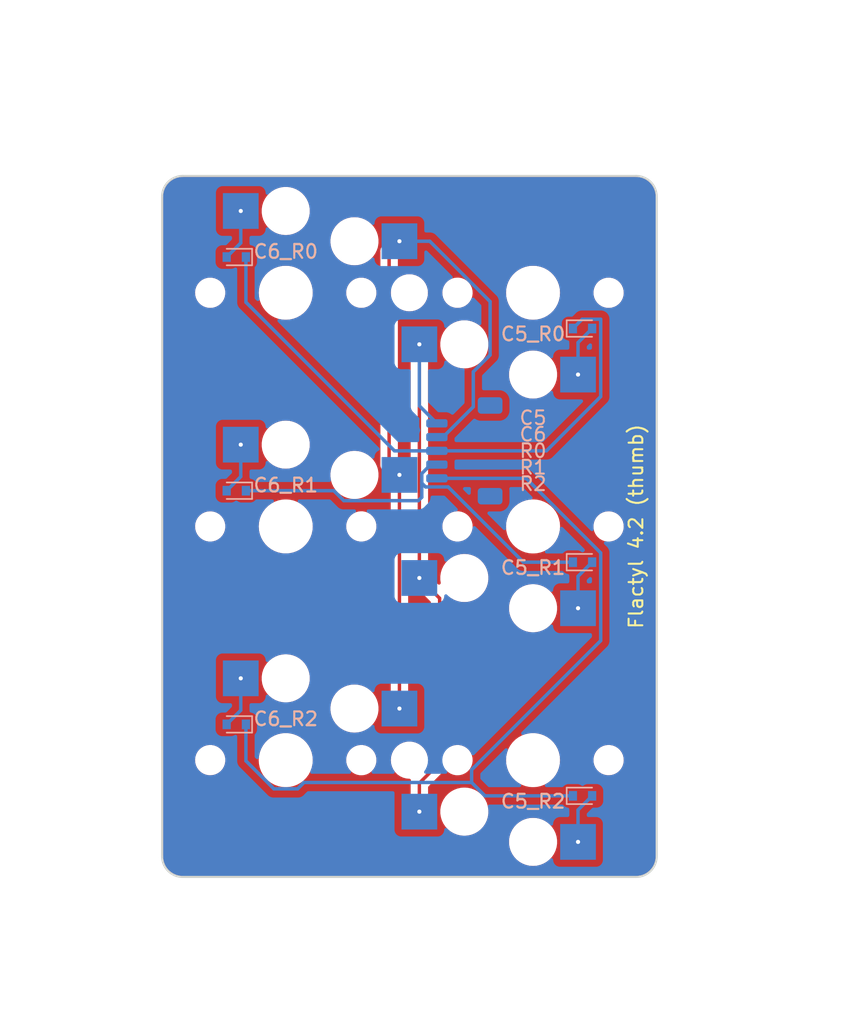
<source format=kicad_pcb>
(kicad_pcb (version 20171130) (host pcbnew 5.1.6)
  (title_block (title thumb) (rev v1.0.0) (company Unknown))
  (layers (0 F.Cu signal) (31 B.Cu signal) (34 B.Paste user) (35 F.Paste user) (36 B.SilkS user) (37 F.SilkS user) (38 B.Mask user) (39 F.Mask user) (44 Edge.Cuts user))
  (net 0 "")
  (net 1 "C5")
  (net 2 "C6")
  (net 3 "R0")
  (net 4 "R1")
  (net 5 "R2")
  (net 6 "Flactyl 4.2 (thumb)")
  (net 7 "x")
  (net 8 "y")
  (net 9 "C5_R0D")
  (net 10 "C5_R0")
  (net 11 "C5_R1D")
  (net 12 "C5_R1")
  (net 13 "C5_R2D")
  (net 14 "C5_R2")
  (net 15 "C6_R0D")
  (net 16 "C6_R0")
  (net 17 "C6_R1D")
  (net 18 "C6_R1")
  (net 19 "C6_R2D")
  (net 20 "C6_R2")
  (footprint "JST_SH_SM05B-SRSS-TB_1x05-1MP_P1.00mm_Horizontal" (layer "B.Cu") (at 13 -22.5 270)
    (fp_text reference "JC1" hide)
    (fp_text user "R2" (at 2.4 -5 360 unlocked) (layer "B.SilkS"))
    (fp_text user "R1" (at 1.2 -5 360 unlocked) (layer "B.SilkS"))
    (fp_text user "R0" (at 0 -5 360 unlocked) (layer "B.SilkS"))
    (fp_text user "C6" (at -1.2 -5 360 unlocked) (layer "B.SilkS"))
    (fp_text user "C5" (at -2.4 -5 360 unlocked) (layer "B.SilkS"))
    (pad "5" smd roundrect (at 2 2 270) (size 0.6 1.55) (layers "B.Cu" "B.Paste" "B.Mask") (net 5 "R2"))
    (pad "4" smd roundrect (at 1 2 270) (size 0.6 1.55) (layers "B.Cu" "B.Paste" "B.Mask") (net 4 "R1"))
    (pad "3" smd roundrect (at 0 2 270) (size 0.6 1.55) (layers "B.Cu" "B.Paste" "B.Mask") (net 3 "R0"))
    (pad "2" smd roundrect (at -1 2 270) (size 0.6 1.55) (layers "B.Cu" "B.Paste" "B.Mask") (net 2 "C6"))
    (pad "1" smd roundrect (at -2 2 270) (size 0.6 1.55) (layers "B.Cu" "B.Paste" "B.Mask") (net 1 "C5"))
    (pad "MP" smd roundrect (at -3.3 -1.875 270) (size 1.2 1.8) (layers "B.Cu" "B.Paste" "B.Mask") (roundrect_rratio 0.208333))
    (pad "MP" smd roundrect (at 3.3 -1.875 270) (size 1.2 1.8) (layers "B.Cu" "B.Paste" "B.Mask") (roundrect_rratio 0.208333))
  )
  (footprint "somelogo" (layer "F.SilkS") (at 25.5 -17 270)
    (fp_text reference "T1" hide)
    (fp_text value "Flactyl 4.2 (thumb)" (at 0 0 270) (layer "F.SilkS"))
  )
  (footprint "somelogo" (layer "F.SilkS") (at 38 -34 0)
    (fp_text reference "T2" hide)
    (fp_text value "x")
  )
  (footprint "somelogo" (layer "F.SilkS") (at 18 -54 0)
    (fp_text reference "T3" hide)
    (fp_text value "y")
  )
  (footprint "MountingHole_2.2mm_M2" (layer "F.Cu") (at 9 -34 0)
    (fp_text reference "H1" hide hide)
    (pad "" np_thru_hole circle (at 0 0) (size 2.2 2.2) (drill 2.2) (layers *.Cu *.Mask))
  )
  (footprint "MountingHole_2.2mm_M2" (layer "F.Cu") (at 9 0 0)
    (fp_text reference "H2" hide hide)
    (pad "" np_thru_hole circle (at 0 0) (size 2.2 2.2) (drill 2.2) (layers *.Cu *.Mask))
  )
  (footprint "Kailh_socket_PG1350_no_silk" (layer "B.Cu") (at 18 -34 0)
    (fp_text reference "S1" hide)
    (fp_text user C5_R0 (at -0 3 0) (layer F.SilkS))
    (fp_text user C5_R0 (at -0 3 0) (layer B.SilkS))
    (pad "" np_thru_hole circle (at 0 0) (size 3.429 3.429) (drill 3.429) (layers *.Cu *.Mask))
    (pad "" np_thru_hole circle (at 5.5 0) (size 1.7018 1.7018) (drill 1.7018) (layers *.Cu *.Mask))
    (pad "" np_thru_hole circle (at -5.5 0) (size 1.7018 1.7018) (drill 1.7018) (layers *.Cu *.Mask))
    (pad "" np_thru_hole circle (at -5 3.75) (size 3 3) (drill 3) (layers *.Cu *.Mask))
    (pad "" np_thru_hole circle (at 0 5.95) (size 3 3) (drill 3) (layers *.Cu *.Mask))
    (pad "1" smd rect (at 3.275 5.95) (size 2.6 2.6) (layers "B.Cu" "B.Paste" "B.Mask") (net 9 "C5_R0D"))
    (pad "2" smd rect (at -8.275 3.75) (size 2.6 2.6) (layers "B.Cu" "B.Paste" "B.Mask") (net 1 "C5"))
    (pad "3" thru_hole circle (at 3.275 5.95) (size 0.6 0.6) (drill 0.3) (layers *.Cu) (net 9 "C5_R0D"))
    (pad "4" thru_hole circle (at -8.275 3.75) (size 0.6 0.6) (drill 0.3) (layers *.Cu) (net 1 "C5"))
  )
  (footprint "D_SOD-523" (layer "B.Cu") (at 21.6 -31.4 0)
    (fp_text reference "D1" hide)
    (fp_text value "D_SOD-523")
    (fp_line (start 0.7 0.6) (end -1.15 0.6) (layer "B.SilkS") (width 0.12))
    (fp_line (start 0.7 -0.6) (end -1.15 -0.6) (layer "B.SilkS") (width 0.12))
    (fp_line (start -1.15 -0.6) (end -1.15 0.6) (layer "B.SilkS") (width 0.12))
    (pad "1" smd rect (at -0.7 0 0) (size 0.6 0.7) (layers "B.Cu" "B.Paste" "B.Mask") (net 3 "R0"))
    (pad "2" smd rect (at 0.7 0 0) (size 0.6 0.7) (layers "B.Cu" "B.Paste" "B.Mask") (net 9 "C5_R0D"))
  )
  (footprint "Kailh_socket_PG1350_no_silk" (layer "B.Cu") (at 18 -17 0)
    (fp_text reference "S2" hide)
    (fp_text user C5_R1 (at -0 3 0) (layer F.SilkS))
    (fp_text user C5_R1 (at -0 3 0) (layer B.SilkS))
    (pad "" np_thru_hole circle (at 0 0) (size 3.429 3.429) (drill 3.429) (layers *.Cu *.Mask))
    (pad "" np_thru_hole circle (at 5.5 0) (size 1.7018 1.7018) (drill 1.7018) (layers *.Cu *.Mask))
    (pad "" np_thru_hole circle (at -5.5 0) (size 1.7018 1.7018) (drill 1.7018) (layers *.Cu *.Mask))
    (pad "" np_thru_hole circle (at -5 3.75) (size 3 3) (drill 3) (layers *.Cu *.Mask))
    (pad "" np_thru_hole circle (at 0 5.95) (size 3 3) (drill 3) (layers *.Cu *.Mask))
    (pad "1" smd rect (at 3.275 5.95) (size 2.6 2.6) (layers "B.Cu" "B.Paste" "B.Mask") (net 11 "C5_R1D"))
    (pad "2" smd rect (at -8.275 3.75) (size 2.6 2.6) (layers "B.Cu" "B.Paste" "B.Mask") (net 1 "C5"))
    (pad "3" thru_hole circle (at 3.275 5.95) (size 0.6 0.6) (drill 0.3) (layers *.Cu) (net 11 "C5_R1D"))
    (pad "4" thru_hole circle (at -8.275 3.75) (size 0.6 0.6) (drill 0.3) (layers *.Cu) (net 1 "C5"))
  )
  (footprint "D_SOD-523" (layer "B.Cu") (at 21.6 -14.4 0)
    (fp_text reference "D2" hide)
    (fp_text value "D_SOD-523")
    (fp_line (start 0.7 0.6) (end -1.15 0.6) (layer "B.SilkS") (width 0.12))
    (fp_line (start 0.7 -0.6) (end -1.15 -0.6) (layer "B.SilkS") (width 0.12))
    (fp_line (start -1.15 -0.6) (end -1.15 0.6) (layer "B.SilkS") (width 0.12))
    (pad "1" smd rect (at -0.7 0 0) (size 0.6 0.7) (layers "B.Cu" "B.Paste" "B.Mask") (net 4 "R1"))
    (pad "2" smd rect (at 0.7 0 0) (size 0.6 0.7) (layers "B.Cu" "B.Paste" "B.Mask") (net 11 "C5_R1D"))
  )
  (footprint "Kailh_socket_PG1350_no_silk" (layer "B.Cu") (at 18 0 0)
    (fp_text reference "S3" hide)
    (fp_text user C5_R2 (at -0 3 0) (layer F.SilkS))
    (fp_text user C5_R2 (at -0 3 0) (layer B.SilkS))
    (pad "" np_thru_hole circle (at 0 0) (size 3.429 3.429) (drill 3.429) (layers *.Cu *.Mask))
    (pad "" np_thru_hole circle (at 5.5 0) (size 1.7018 1.7018) (drill 1.7018) (layers *.Cu *.Mask))
    (pad "" np_thru_hole circle (at -5.5 0) (size 1.7018 1.7018) (drill 1.7018) (layers *.Cu *.Mask))
    (pad "" np_thru_hole circle (at -5 3.75) (size 3 3) (drill 3) (layers *.Cu *.Mask))
    (pad "" np_thru_hole circle (at 0 5.95) (size 3 3) (drill 3) (layers *.Cu *.Mask))
    (pad "1" smd rect (at 3.275 5.95) (size 2.6 2.6) (layers "B.Cu" "B.Paste" "B.Mask") (net 13 "C5_R2D"))
    (pad "2" smd rect (at -8.275 3.75) (size 2.6 2.6) (layers "B.Cu" "B.Paste" "B.Mask") (net 1 "C5"))
    (pad "3" thru_hole circle (at 3.275 5.95) (size 0.6 0.6) (drill 0.3) (layers *.Cu) (net 13 "C5_R2D"))
    (pad "4" thru_hole circle (at -8.275 3.75) (size 0.6 0.6) (drill 0.3) (layers *.Cu) (net 1 "C5"))
  )
  (footprint "D_SOD-523" (layer "B.Cu") (at 21.6 2.6 0)
    (fp_text reference "D3" hide)
    (fp_text value "D_SOD-523")
    (fp_line (start 0.7 0.6) (end -1.15 0.6) (layer "B.SilkS") (width 0.12))
    (fp_line (start 0.7 -0.6) (end -1.15 -0.6) (layer "B.SilkS") (width 0.12))
    (fp_line (start -1.15 -0.6) (end -1.15 0.6) (layer "B.SilkS") (width 0.12))
    (pad "1" smd rect (at -0.7 0 0) (size 0.6 0.7) (layers "B.Cu" "B.Paste" "B.Mask") (net 5 "R2"))
    (pad "2" smd rect (at 0.7 0 0) (size 0.6 0.7) (layers "B.Cu" "B.Paste" "B.Mask") (net 13 "C5_R2D"))
  )
  (footprint "Kailh_socket_PG1350_no_silk" (layer "B.Cu") (at 0 -34 180)
    (fp_text reference "S4" hide)
    (fp_text user C6_R0 (at -0 3 180) (layer F.SilkS))
    (fp_text user C6_R0 (at -0 3 180) (layer B.SilkS))
    (pad "" np_thru_hole circle (at 0 0) (size 3.429 3.429) (drill 3.429) (layers *.Cu *.Mask))
    (pad "" np_thru_hole circle (at 5.5 0) (size 1.7018 1.7018) (drill 1.7018) (layers *.Cu *.Mask))
    (pad "" np_thru_hole circle (at -5.5 0) (size 1.7018 1.7018) (drill 1.7018) (layers *.Cu *.Mask))
    (pad "" np_thru_hole circle (at -5 3.75) (size 3 3) (drill 3) (layers *.Cu *.Mask))
    (pad "" np_thru_hole circle (at 0 5.95) (size 3 3) (drill 3) (layers *.Cu *.Mask))
    (pad "1" smd rect (at 3.275 5.95) (size 2.6 2.6) (layers "B.Cu" "B.Paste" "B.Mask") (net 15 "C6_R0D"))
    (pad "2" smd rect (at -8.275 3.75) (size 2.6 2.6) (layers "B.Cu" "B.Paste" "B.Mask") (net 2 "C6"))
    (pad "3" thru_hole circle (at 3.275 5.95) (size 0.6 0.6) (drill 0.3) (layers *.Cu) (net 15 "C6_R0D"))
    (pad "4" thru_hole circle (at -8.275 3.75) (size 0.6 0.6) (drill 0.3) (layers *.Cu) (net 2 "C6"))
  )
  (footprint "D_SOD-523" (layer "B.Cu") (at -3.6 -36.6 180)
    (fp_text reference "D4" hide)
    (fp_text value "D_SOD-523")
    (fp_line (start 0.7 0.6) (end -1.15 0.6) (layer "B.SilkS") (width 0.12))
    (fp_line (start 0.7 -0.6) (end -1.15 -0.6) (layer "B.SilkS") (width 0.12))
    (fp_line (start -1.15 -0.6) (end -1.15 0.6) (layer "B.SilkS") (width 0.12))
    (pad "1" smd rect (at -0.7 0 180) (size 0.6 0.7) (layers "B.Cu" "B.Paste" "B.Mask") (net 3 "R0"))
    (pad "2" smd rect (at 0.7 0 180) (size 0.6 0.7) (layers "B.Cu" "B.Paste" "B.Mask") (net 15 "C6_R0D"))
  )
  (footprint "Kailh_socket_PG1350_no_silk" (layer "B.Cu") (at 0 -17 180)
    (fp_text reference "S5" hide)
    (fp_text user C6_R1 (at -0 3 180) (layer F.SilkS))
    (fp_text user C6_R1 (at -0 3 180) (layer B.SilkS))
    (pad "" np_thru_hole circle (at 0 0) (size 3.429 3.429) (drill 3.429) (layers *.Cu *.Mask))
    (pad "" np_thru_hole circle (at 5.5 0) (size 1.7018 1.7018) (drill 1.7018) (layers *.Cu *.Mask))
    (pad "" np_thru_hole circle (at -5.5 0) (size 1.7018 1.7018) (drill 1.7018) (layers *.Cu *.Mask))
    (pad "" np_thru_hole circle (at -5 3.75) (size 3 3) (drill 3) (layers *.Cu *.Mask))
    (pad "" np_thru_hole circle (at 0 5.95) (size 3 3) (drill 3) (layers *.Cu *.Mask))
    (pad "1" smd rect (at 3.275 5.95) (size 2.6 2.6) (layers "B.Cu" "B.Paste" "B.Mask") (net 17 "C6_R1D"))
    (pad "2" smd rect (at -8.275 3.75) (size 2.6 2.6) (layers "B.Cu" "B.Paste" "B.Mask") (net 2 "C6"))
    (pad "3" thru_hole circle (at 3.275 5.95) (size 0.6 0.6) (drill 0.3) (layers *.Cu) (net 17 "C6_R1D"))
    (pad "4" thru_hole circle (at -8.275 3.75) (size 0.6 0.6) (drill 0.3) (layers *.Cu) (net 2 "C6"))
  )
  (footprint "D_SOD-523" (layer "B.Cu") (at -3.6 -19.6 180)
    (fp_text reference "D5" hide)
    (fp_text value "D_SOD-523")
    (fp_line (start 0.7 0.6) (end -1.15 0.6) (layer "B.SilkS") (width 0.12))
    (fp_line (start 0.7 -0.6) (end -1.15 -0.6) (layer "B.SilkS") (width 0.12))
    (fp_line (start -1.15 -0.6) (end -1.15 0.6) (layer "B.SilkS") (width 0.12))
    (pad "1" smd rect (at -0.7 0 180) (size 0.6 0.7) (layers "B.Cu" "B.Paste" "B.Mask") (net 4 "R1"))
    (pad "2" smd rect (at 0.7 0 180) (size 0.6 0.7) (layers "B.Cu" "B.Paste" "B.Mask") (net 17 "C6_R1D"))
  )
  (footprint "Kailh_socket_PG1350_no_silk" (layer "B.Cu") (at 0 0 180)
    (fp_text reference "S6" hide)
    (fp_text user C6_R2 (at -0 3 180) (layer F.SilkS))
    (fp_text user C6_R2 (at -0 3 180) (layer B.SilkS))
    (pad "" np_thru_hole circle (at 0 0) (size 3.429 3.429) (drill 3.429) (layers *.Cu *.Mask))
    (pad "" np_thru_hole circle (at 5.5 0) (size 1.7018 1.7018) (drill 1.7018) (layers *.Cu *.Mask))
    (pad "" np_thru_hole circle (at -5.5 0) (size 1.7018 1.7018) (drill 1.7018) (layers *.Cu *.Mask))
    (pad "" np_thru_hole circle (at -5 3.75) (size 3 3) (drill 3) (layers *.Cu *.Mask))
    (pad "" np_thru_hole circle (at 0 5.95) (size 3 3) (drill 3) (layers *.Cu *.Mask))
    (pad "1" smd rect (at 3.275 5.95) (size 2.6 2.6) (layers "B.Cu" "B.Paste" "B.Mask") (net 19 "C6_R2D"))
    (pad "2" smd rect (at -8.275 3.75) (size 2.6 2.6) (layers "B.Cu" "B.Paste" "B.Mask") (net 2 "C6"))
    (pad "3" thru_hole circle (at 3.275 5.95) (size 0.6 0.6) (drill 0.3) (layers *.Cu) (net 19 "C6_R2D"))
    (pad "4" thru_hole circle (at -8.275 3.75) (size 0.6 0.6) (drill 0.3) (layers *.Cu) (net 2 "C6"))
  )
  (footprint "D_SOD-523" (layer "B.Cu") (at -3.6 -2.6 180)
    (fp_text reference "D6" hide)
    (fp_text value "D_SOD-523")
    (fp_line (start 0.7 0.6) (end -1.15 0.6) (layer "B.SilkS") (width 0.12))
    (fp_line (start 0.7 -0.6) (end -1.15 -0.6) (layer "B.SilkS") (width 0.12))
    (fp_line (start -1.15 -0.6) (end -1.15 0.6) (layer "B.SilkS") (width 0.12))
    (pad "1" smd rect (at -0.7 0 180) (size 0.6 0.7) (layers "B.Cu" "B.Paste" "B.Mask") (net 5 "R2"))
    (pad "2" smd rect (at 0.7 0 180) (size 0.6 0.7) (layers "B.Cu" "B.Paste" "B.Mask") (net 19 "C6_R2D"))
  )
  (gr_line (start -7.5 8.5) (end 25.5 8.5) (angle 90) (layer Edge.Cuts) (width 0.15))
  (gr_line (start -9 7) (end -9 -41) (angle 90) (layer Edge.Cuts) (width 0.15))
  (gr_line (start -7.5 -42.5) (end 25.5 -42.5) (angle 90) (layer Edge.Cuts) (width 0.15))
  (gr_line (start 27 7) (end 27 -41) (angle 90) (layer Edge.Cuts) (width 0.15))
  (gr_arc (start 25.5 7) (end 25.5 8.5) (angle -90) (layer Edge.Cuts) (width 0.15))
  (gr_arc (start 25.5 -41) (end 27 -41) (angle -90) (layer Edge.Cuts) (width 0.15))
  (gr_arc (start -7.5 -41) (end -7.5 -42.5) (angle -90) (layer Edge.Cuts) (width 0.15))
  (gr_arc (start -7.5 7) (end -9 7) (angle -90) (layer Edge.Cuts) (width 0.15))
  (segment (start 11.2 0.2) (end 11.2 -11.775) (width 0.25) (layer "F.Cu") (net 1))
  (segment (start 9.725 1.675) (end 11.2 0.2) (width 0.25) (layer "F.Cu") (net 1))
  (segment (start 11.2 -11.775) (end 9.725 -13.25) (width 0.25) (layer "F.Cu") (net 1))
  (segment (start 9.725 -13.25) (end 9.725 -30.25) (width 0.25) (layer "F.Cu") (net 1))
  (segment (start 9.725 3.75) (end 9.725 1.675) (width 0.25) (layer "F.Cu") (net 1))
  (segment (start 11 -24.5) (end 9.725 -25.775) (width 0.25) (layer "B.Cu") (net 1))
  (segment (start 9.725 -25.775) (end 9.725 -30.25) (width 0.25) (layer "B.Cu") (net 1))
  (segment (start 21.275 -30.375) (end 22.3 -31.4) (width 0.25) (layer "B.Cu") (net 2))
  (segment (start 21.275 -28.05) (end 21.275 -30.375) (width 0.25) (layer "B.Cu") (net 2))
  (segment (start 18.975 -22.5) (end 11 -22.5) (width 0.25) (layer "B.Cu") (net 3))
  (segment (start 7.914035 -22.5) (end 11 -22.5) (width 0.25) (layer "B.Cu") (net 3))
  (segment (start 20.9 -31.4) (end 21.575 -32.075) (width 0.25) (layer "B.Cu") (net 3))
  (segment (start 22.925 -26.45) (end 18.975 -22.5) (width 0.25) (layer "B.Cu") (net 3))
  (segment (start 21.575 -32.075) (end 22.925 -32.075) (width 0.25) (layer "B.Cu") (net 3))
  (segment (start -2.9 -33.314035) (end 7.914035 -22.5) (width 0.25) (layer "B.Cu") (net 3))
  (segment (start 22.925 -32.075) (end 22.925 -26.45) (width 0.25) (layer "B.Cu") (net 3))
  (segment (start -2.9 -36.6) (end -2.9 -33.314035) (width 0.25) (layer "B.Cu") (net 3))
  (segment (start 21.275 -11.05) (end 21.275 -13.375) (width 0.25) (layer "B.Cu") (net 4))
  (segment (start 21.275 -13.375) (end 22.3 -14.4) (width 0.25) (layer "B.Cu") (net 4))
  (segment (start 9.9 -20.153249) (end 9.9 -20.846751) (width 0.25) (layer "B.Cu") (net 5))
  (segment (start 4.22335 -18.875) (end 9.65 -18.875) (width 0.25) (layer "B.Cu") (net 5))
  (segment (start 9.65 -18.875) (end 9.9 -19.125) (width 0.25) (layer "B.Cu") (net 5))
  (segment (start 10.178249 -19.875) (end 9.9 -20.153249) (width 0.25) (layer "B.Cu") (net 5))
  (segment (start 20.9 -14.4) (end 17.296751 -14.4) (width 0.25) (layer "B.Cu") (net 5))
  (segment (start 10.553249 -21.5) (end 11 -21.5) (width 0.25) (layer "B.Cu") (net 5))
  (segment (start 11.821751 -19.875) (end 10.178249 -19.875) (width 0.25) (layer "B.Cu") (net 5))
  (segment (start 3.49835 -19.6) (end 4.22335 -18.875) (width 0.25) (layer "B.Cu") (net 5))
  (segment (start 9.9 -19.125) (end 9.9 -20.153249) (width 0.25) (layer "B.Cu") (net 5))
  (segment (start 17.296751 -14.4) (end 11.821751 -19.875) (width 0.25) (layer "B.Cu") (net 5))
  (segment (start 9.9 -20.846751) (end 10.553249 -21.5) (width 0.25) (layer "B.Cu") (net 5))
  (segment (start -2.9 -19.6) (end 3.49835 -19.6) (width 0.25) (layer "B.Cu") (net 5))
  (segment (start 21.275 3.625) (end 22.3 2.6) (width 0.25) (layer "B.Cu") (net 6))
  (segment (start 21.275 5.95) (end 21.275 3.625) (width 0.25) (layer "B.Cu") (net 6))
  (segment (start 22.925 -8.691316) (end 13.529149 0.704535) (width 0.25) (layer "B.Cu") (net 7))
  (segment (start 13.529149 0.704535) (end 13.529149 1.627499) (width 0.25) (layer "B.Cu") (net 7))
  (segment (start 0.865499 2.0895) (end -0.865499 2.0895) (width 0.25) (layer "B.Cu") (net 7))
  (segment (start 13.529149 1.627499) (end 1.327499 1.627499) (width 0.25) (layer "B.Cu") (net 7))
  (segment (start 1.327499 1.627499) (end 0.865499 2.0895) (width 0.25) (layer "B.Cu") (net 7))
  (segment (start 14.50165 2.6) (end 13.529149 1.627499) (width 0.25) (layer "B.Cu") (net 7))
  (segment (start -2.9 0.054999) (end -2.9 -2.6) (width 0.25) (layer "B.Cu") (net 7))
  (segment (start 17.5 -20.5) (end 22.925 -15.075) (width 0.25) (layer "B.Cu") (net 7))
  (segment (start 22.925 -15.075) (end 22.925 -8.691316) (width 0.25) (layer "B.Cu") (net 7))
  (segment (start -0.865499 2.0895) (end -2.9 0.054999) (width 0.25) (layer "B.Cu") (net 7))
  (segment (start 20.9 2.6) (end 14.50165 2.6) (width 0.25) (layer "B.Cu") (net 7))
  (segment (start 11 -20.5) (end 17.5 -20.5) (width 0.25) (layer "B.Cu") (net 7))
  (segment (start 7.525 -21.5) (end 8.275 -20.75) (width 0.25) (layer "F.Cu") (net 8))
  (segment (start 8.275 -20.75) (end 8.275 -3.75) (width 0.25) (layer "F.Cu") (net 8))
  (segment (start 8.275 -37.75) (end 7.525 -37) (width 0.25) (layer "F.Cu") (net 8))
  (segment (start 7.525 -37) (end 7.525 -21.5) (width 0.25) (layer "F.Cu") (net 8))
  (segment (start 14.875 -29.47335) (end 14.875 -33.358684) (width 0.25) (layer "B.Cu") (net 8))
  (segment (start 11 -23.5) (end 11.446751 -23.5) (width 0.25) (layer "B.Cu") (net 8))
  (segment (start 14.875 -33.358684) (end 10.483684 -37.75) (width 0.25) (layer "B.Cu") (net 8))
  (segment (start 10.483684 -37.75) (end 8.275 -37.75) (width 0.25) (layer "B.Cu") (net 8))
  (segment (start 11.446751 -23.5) (end 13.65 -25.703249) (width 0.25) (layer "B.Cu") (net 8))
  (segment (start 13.65 -25.703249) (end 13.65 -28.24835) (width 0.25) (layer "B.Cu") (net 8))
  (segment (start 13.65 -28.24835) (end 14.875 -29.47335) (width 0.25) (layer "B.Cu") (net 8))
  (segment (start -3.275 -37.625) (end -4.3 -36.6) (width 0.25) (layer "B.Cu") (net 9))
  (segment (start -3.275 -39.95) (end -3.275 -37.625) (width 0.25) (layer "B.Cu") (net 9))
  (segment (start -3.275 -20.625) (end -4.3 -19.6) (width 0.25) (layer "B.Cu") (net 10))
  (segment (start -3.275 -22.95) (end -3.275 -20.625) (width 0.25) (layer "B.Cu") (net 10))
  (segment (start -3.275 -3.625) (end -4.3 -2.6) (width 0.25) (layer "B.Cu") (net 11))
  (segment (start -3.275 -5.95) (end -3.275 -3.625) (width 0.25) (layer "B.Cu") (net 11))
  (zone (net 0) (net_name "") (layers "F&B.Cu") (connect_pads (clearance 0.508)) (min_thickness 0.25) (fill yes (thermal_gap 0.5) (thermal_bridge_width 0.5) (island_removal_mode 1) (island_area_min 10))
    (polygon (pts (xy -20.8 -55.3) (xy -20.2 19.2) (xy 42.1 18.2) (xy 40.4 -53.8)))
  )
)
</source>
